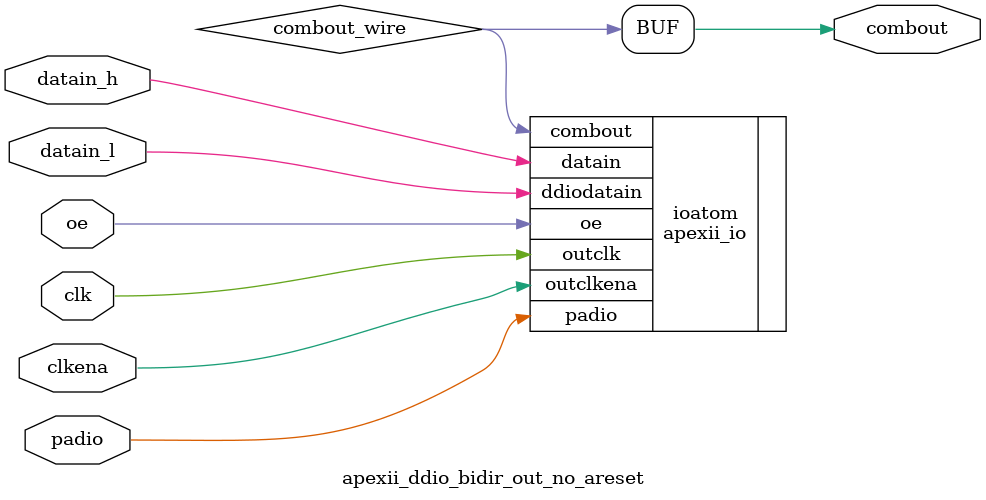
<source format=v>
module apexii_ddio_bidir_out_no_areset(padio, combout, clk, clkena, oe, datain_h, datain_l);
	input 	clk;
	input	clkena;
	input 	datain_h;
	input 	datain_l;
	input	oe;
	output  combout;
	inout 	padio;
 	
 
	parameter areset_mode = "none";
	parameter power_up_mode = "low";
	
	parameter operation_mode = "bidir";
	parameter ddio_mode = "output";

	parameter output_register_mode = "register";
	parameter output_reset = areset_mode;
	parameter output_power_up = power_up_mode;

	parameter oe_register_mode = "register";
	parameter oe_reset = "clear";
	parameter oe_power_up = "low";
	
	parameter extend_oe_disable = "false";
	
	wire combout_wire;
	
	assign combout = combout_wire;

	apexii_io ioatom (
				.outclk(clk),
				.outclkena(clkena),
				.datain(datain_h),
				.ddiodatain(datain_l),
				.oe(oe),
				.combout(combout_wire),
				.padio(padio)
	);
	defparam 
			ioatom.operation_mode 		= operation_mode,
			ioatom.ddio_mode 			= ddio_mode,
	    	ioatom.oe_register_mode 	= oe_register_mode,
	    	ioatom.oe_reset 			= oe_reset,
	    	ioatom.oe_power_up 			= oe_power_up,
	    	ioatom.output_register_mode	= output_register_mode,
	    	ioatom.output_reset 		= output_reset,
	    	ioatom.output_power_up 		= output_power_up,
			ioatom.extend_oe_disable	= extend_oe_disable;
	
endmodule // apexii_ddio_out_no_reset


</source>
